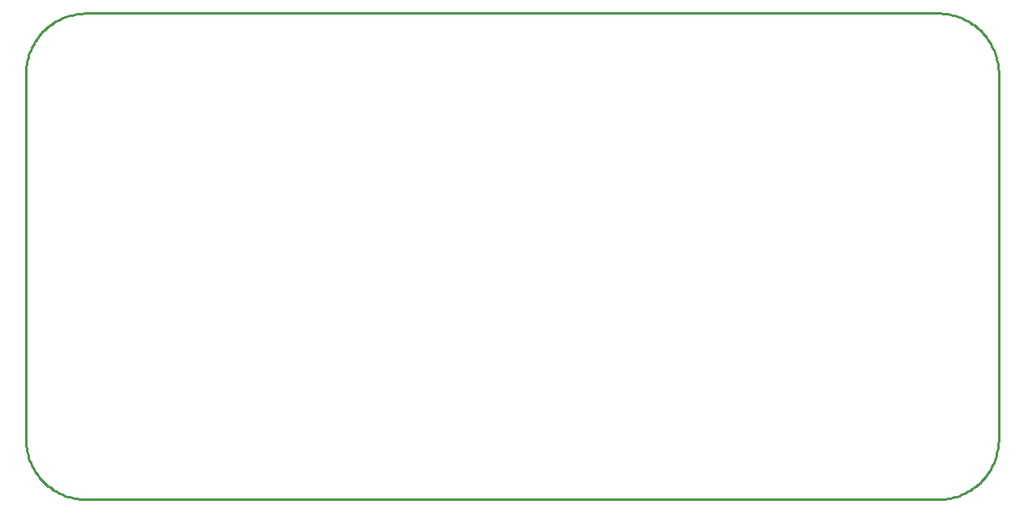
<source format=gko>
G04*
G04 #@! TF.GenerationSoftware,Altium Limited,Altium Designer,21.3.2 (30)*
G04*
G04 Layer_Color=10053222*
%FSLAX25Y25*%
%MOIN*%
G70*
G04*
G04 #@! TF.SameCoordinates,41522B4C-5660-4B3E-BEA4-8D9A01AACCA4*
G04*
G04*
G04 #@! TF.FilePolarity,Positive*
G04*
G01*
G75*
%ADD14C,0.01000*%
D14*
X25000Y200000D02*
X23993Y199980D01*
X22988Y199919D01*
X21987Y199818D01*
X20990Y199676D01*
X19999Y199495D01*
X19017Y199274D01*
X18045Y199013D01*
X17083Y198713D01*
X16135Y198375D01*
X15201Y198000D01*
X14283Y197586D01*
X13382Y197136D01*
X12500Y196651D01*
X11638Y196130D01*
X10798Y195575D01*
X9981Y194986D01*
X9189Y194365D01*
X8422Y193713D01*
X7682Y193030D01*
X6970Y192318D01*
X6287Y191578D01*
X5635Y190811D01*
X5014Y190019D01*
X4425Y189202D01*
X3870Y188362D01*
X3349Y187500D01*
X2864Y186618D01*
X2414Y185717D01*
X2001Y184799D01*
X1625Y183865D01*
X1287Y182917D01*
X987Y181955D01*
X726Y180983D01*
X505Y180001D01*
X324Y179010D01*
X182Y178013D01*
X81Y177012D01*
X20Y176007D01*
X0Y175000D01*
X400000D02*
X399980Y176007D01*
X399919Y177012D01*
X399818Y178013D01*
X399676Y179010D01*
X399495Y180001D01*
X399273Y180983D01*
X399013Y181955D01*
X398713Y182917D01*
X398375Y183865D01*
X398000Y184799D01*
X397586Y185717D01*
X397136Y186618D01*
X396651Y187500D01*
X396130Y188362D01*
X395575Y189202D01*
X394986Y190019D01*
X394365Y190811D01*
X393713Y191578D01*
X393030Y192318D01*
X392318Y193030D01*
X391578Y193713D01*
X390811Y194365D01*
X390019Y194986D01*
X389202Y195575D01*
X388362Y196130D01*
X387500Y196651D01*
X386618Y197136D01*
X385717Y197586D01*
X384799Y198000D01*
X383865Y198375D01*
X382917Y198713D01*
X381955Y199013D01*
X380983Y199274D01*
X380001Y199495D01*
X379010Y199676D01*
X378013Y199818D01*
X377012Y199919D01*
X376007Y199980D01*
X375000Y200000D01*
Y0D02*
X376007Y20D01*
X377012Y81D01*
X378013Y182D01*
X379010Y324D01*
X380001Y505D01*
X380983Y726D01*
X381955Y987D01*
X382917Y1287D01*
X383865Y1625D01*
X384799Y2001D01*
X385717Y2414D01*
X386618Y2864D01*
X387500Y3349D01*
X388362Y3870D01*
X389201Y4425D01*
X390019Y5014D01*
X390811Y5635D01*
X391578Y6287D01*
X392318Y6970D01*
X393030Y7682D01*
X393713Y8422D01*
X394365Y9189D01*
X394986Y9981D01*
X395574Y10798D01*
X396130Y11638D01*
X396651Y12500D01*
X397136Y13382D01*
X397586Y14283D01*
X397999Y15201D01*
X398375Y16135D01*
X398713Y17083D01*
X399013Y18044D01*
X399273Y19017D01*
X399495Y19999D01*
X399676Y20989D01*
X399818Y21986D01*
X399919Y22988D01*
X399980Y23993D01*
X400000Y25000D01*
X0Y25000D02*
X20Y23993D01*
X81Y22988D01*
X182Y21987D01*
X324Y20990D01*
X505Y19999D01*
X727Y19017D01*
X987Y18045D01*
X1287Y17083D01*
X1625Y16135D01*
X2001Y15201D01*
X2414Y14283D01*
X2864Y13382D01*
X3349Y12500D01*
X3870Y11638D01*
X4425Y10798D01*
X5014Y9981D01*
X5635Y9189D01*
X6287Y8422D01*
X6970Y7682D01*
X7682Y6970D01*
X8422Y6287D01*
X9189Y5635D01*
X9981Y5014D01*
X10798Y4425D01*
X11638Y3870D01*
X12500Y3349D01*
X13382Y2864D01*
X14283Y2414D01*
X15201Y2001D01*
X16135Y1625D01*
X17083Y1287D01*
X18045Y987D01*
X19017Y726D01*
X19999Y505D01*
X20990Y324D01*
X21987Y182D01*
X22988Y81D01*
X23993Y20D01*
X25000Y0D01*
X25000Y200000D02*
X375000D01*
X25000Y0D02*
X375000D01*
X400000Y25000D02*
Y175000D01*
X-0D02*
X0Y25000D01*
M02*

</source>
